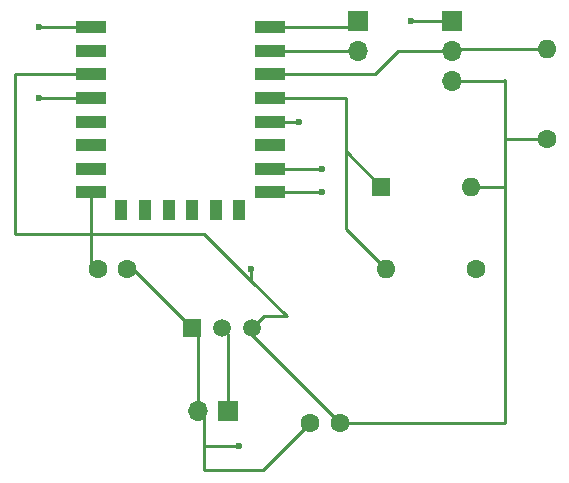
<source format=gbr>
%TF.GenerationSoftware,KiCad,Pcbnew,4.0.7*%
%TF.CreationDate,2018-04-16T11:03:50-07:00*%
%TF.ProjectId,ds18b20board,64733138623230626F6172642E6B6963,rev?*%
%TF.FileFunction,Copper,L1,Top,Signal*%
%FSLAX46Y46*%
G04 Gerber Fmt 4.6, Leading zero omitted, Abs format (unit mm)*
G04 Created by KiCad (PCBNEW 4.0.7) date 04/16/18 11:03:50*
%MOMM*%
%LPD*%
G01*
G04 APERTURE LIST*
%ADD10C,0.100000*%
%ADD11C,1.600000*%
%ADD12C,1.520000*%
%ADD13R,1.520000X1.520000*%
%ADD14R,1.700000X1.700000*%
%ADD15O,1.700000X1.700000*%
%ADD16O,1.600000X1.600000*%
%ADD17R,1.600000X1.600000*%
%ADD18R,2.500000X1.000000*%
%ADD19R,1.000000X1.800000*%
%ADD20C,0.600000*%
%ADD21C,0.250000*%
G04 APERTURE END LIST*
D10*
D11*
X128000000Y-92500000D03*
X130500000Y-92500000D03*
X110000000Y-79500000D03*
X112500000Y-79500000D03*
D12*
X120540000Y-84500000D03*
X123080000Y-84500000D03*
D13*
X118000000Y-84500000D03*
D14*
X121000000Y-91500000D03*
D15*
X118460000Y-91500000D03*
D14*
X132000000Y-58500000D03*
D15*
X132000000Y-61040000D03*
D14*
X140000000Y-58500000D03*
D15*
X140000000Y-61040000D03*
X140000000Y-63580000D03*
D11*
X142000000Y-79500000D03*
D16*
X134380000Y-79500000D03*
D11*
X148000000Y-68500000D03*
D16*
X148000000Y-60880000D03*
D17*
X134000000Y-72500000D03*
D16*
X141620000Y-72500000D03*
D18*
X109400000Y-59000000D03*
X109400000Y-61000000D03*
X109400000Y-63000000D03*
X109400000Y-65000000D03*
X109400000Y-67000000D03*
X109400000Y-69000000D03*
X109400000Y-71000000D03*
X109400000Y-73000000D03*
D19*
X112000000Y-74500000D03*
X114000000Y-74500000D03*
X116000000Y-74500000D03*
X118000000Y-74500000D03*
X120000000Y-74500000D03*
X122000000Y-74500000D03*
D18*
X124600000Y-73000000D03*
X124600000Y-71000000D03*
X124600000Y-69000000D03*
X124600000Y-67000000D03*
X124600000Y-65000000D03*
X124600000Y-63000000D03*
X124600000Y-61000000D03*
X124600000Y-59000000D03*
D20*
X129000000Y-73000000D03*
X129000000Y-71000000D03*
X136500000Y-58500000D03*
X122000000Y-94500000D03*
X123000000Y-79500000D03*
X127000000Y-67000000D03*
X105000000Y-65000000D03*
X105000000Y-59000000D03*
D21*
X124600000Y-73000000D02*
X129000000Y-73000000D01*
X124600000Y-71000000D02*
X129000000Y-71000000D01*
X140000000Y-58500000D02*
X136500000Y-58500000D01*
X112500000Y-79500000D02*
X113000000Y-79500000D01*
X113000000Y-79500000D02*
X118000000Y-84500000D01*
X122000000Y-94500000D02*
X119000000Y-94500000D01*
X119000000Y-92040000D02*
X119000000Y-94500000D01*
X119000000Y-94500000D02*
X119000000Y-96500000D01*
X124000000Y-96500000D02*
X128000000Y-92500000D01*
X124000000Y-96500000D02*
X119000000Y-96500000D01*
X119000000Y-92040000D02*
X118460000Y-91500000D01*
X118460000Y-91500000D02*
X118460000Y-84960000D01*
X118460000Y-84960000D02*
X118000000Y-84500000D01*
X141620000Y-72500000D02*
X144500000Y-72500000D01*
X148000000Y-68500000D02*
X144500000Y-68500000D01*
X130500000Y-92500000D02*
X144500000Y-92500000D01*
X144420000Y-63580000D02*
X140000000Y-63580000D01*
X144500000Y-63500000D02*
X144420000Y-63580000D01*
X144500000Y-92500000D02*
X144500000Y-72500000D01*
X144500000Y-72500000D02*
X144500000Y-68500000D01*
X144500000Y-68500000D02*
X144500000Y-63500000D01*
X124600000Y-67000000D02*
X127000000Y-67000000D01*
X123000000Y-79500000D02*
X123000000Y-80500000D01*
X109400000Y-63000000D02*
X103000000Y-63000000D01*
X103000000Y-76500000D02*
X109400000Y-76500000D01*
X103000000Y-63000000D02*
X103000000Y-76500000D01*
X109400000Y-76500000D02*
X119000000Y-76500000D01*
X119000000Y-76500000D02*
X123000000Y-80500000D01*
X123000000Y-80500000D02*
X126000000Y-83500000D01*
X109400000Y-73000000D02*
X109400000Y-76500000D01*
X109400000Y-76500000D02*
X109400000Y-78900000D01*
X109400000Y-78900000D02*
X110000000Y-79500000D01*
X126000000Y-83500000D02*
X124080000Y-83500000D01*
X124080000Y-83500000D02*
X123080000Y-84500000D01*
X123080000Y-84500000D02*
X123080000Y-85080000D01*
X123080000Y-85080000D02*
X130500000Y-92500000D01*
X121000000Y-91500000D02*
X121000000Y-84960000D01*
X121000000Y-84960000D02*
X120540000Y-84500000D01*
X124600000Y-59000000D02*
X131500000Y-59000000D01*
X131500000Y-59000000D02*
X132000000Y-58500000D01*
X124600000Y-61000000D02*
X131960000Y-61000000D01*
X131960000Y-61000000D02*
X132000000Y-61040000D01*
X148000000Y-60880000D02*
X140160000Y-60880000D01*
X140160000Y-60880000D02*
X140000000Y-61040000D01*
X124600000Y-63000000D02*
X133500000Y-63000000D01*
X135460000Y-61040000D02*
X140000000Y-61040000D01*
X133500000Y-63000000D02*
X135460000Y-61040000D01*
X124600000Y-65000000D02*
X130500000Y-65000000D01*
X131000000Y-65000000D02*
X131000000Y-69500000D01*
X130500000Y-65000000D02*
X131000000Y-65000000D01*
X131000000Y-69500000D02*
X131000000Y-76120000D01*
X131000000Y-76120000D02*
X134380000Y-79500000D01*
X131000000Y-69500000D02*
X134000000Y-72500000D01*
X109400000Y-59000000D02*
X105000000Y-59000000D01*
X105000000Y-65000000D02*
X109400000Y-65000000D01*
M02*

</source>
